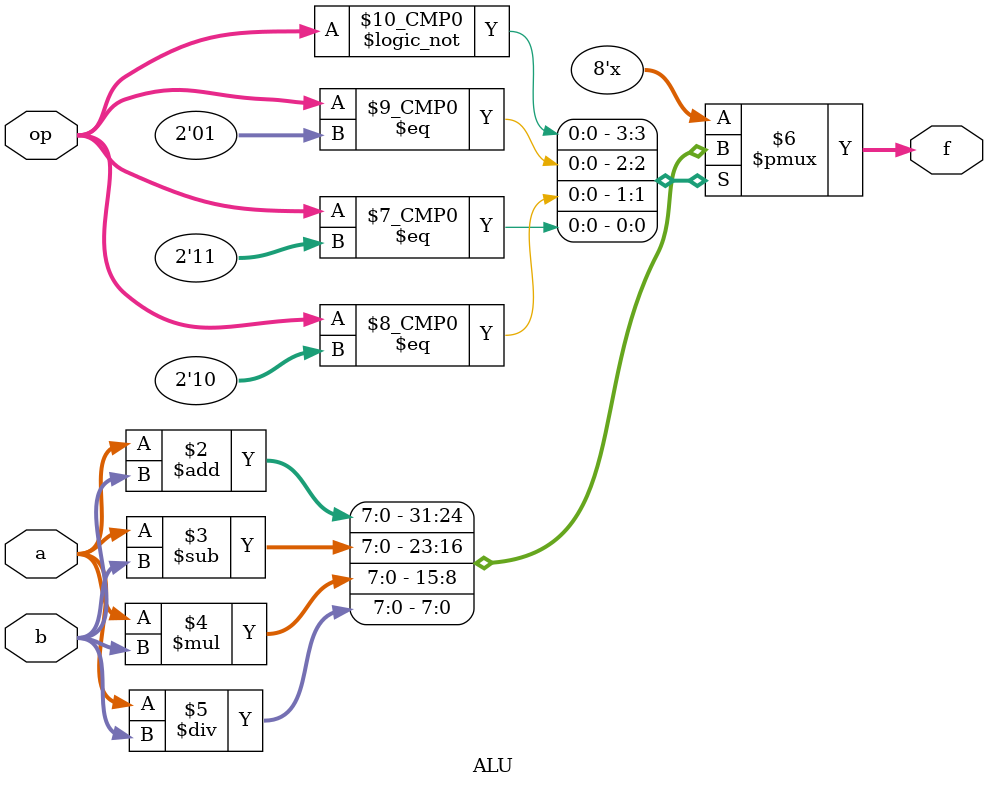
<source format=v>
module ALU(op,a,b,f);
	input [1:0]op;
	input [7:0] a,b;
	output reg [7:0]f;
	
	parameter ADD=2'b00, SUB=2'b01, MUL=2'b10,DIV=2'b11;
	
	always @(*)
		case(op)
			ADD: f=a+b;
			SUB: f=a-b;
			MUL: f=a*b;
			DIV: f=a/b;
			default: f= 8'b00000000;
		endcase
endmodule

</source>
